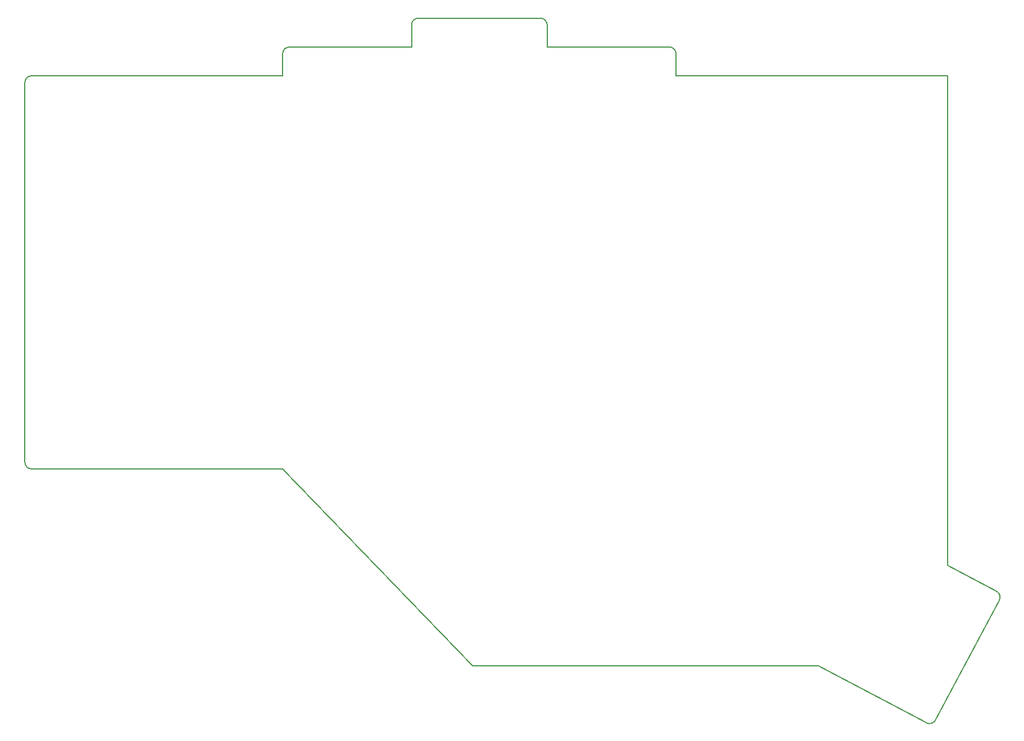
<source format=gbr>
%TF.GenerationSoftware,KiCad,Pcbnew,(6.0.4)*%
%TF.CreationDate,2023-12-03T23:36:57-08:00*%
%TF.ProjectId,left,6c656674-2e6b-4696-9361-645f70636258,v1.0.0*%
%TF.SameCoordinates,Original*%
%TF.FileFunction,Profile,NP*%
%FSLAX46Y46*%
G04 Gerber Fmt 4.6, Leading zero omitted, Abs format (unit mm)*
G04 Created by KiCad (PCBNEW (6.0.4)) date 2023-12-03 23:36:57*
%MOMM*%
%LPD*%
G01*
G04 APERTURE LIST*
%TA.AperFunction,Profile*%
%ADD10C,0.150000*%
%TD*%
G04 APERTURE END LIST*
D10*
X141000000Y-161000000D02*
X177966667Y-161000000D01*
X140000000Y-160000000D02*
X140000000Y-104000000D01*
X140000000Y-160000000D02*
G75*
G03*
X141000000Y-161000000I1000000J0D01*
G01*
X141000000Y-103000000D02*
X178000000Y-103000000D01*
X141000000Y-103000000D02*
G75*
G03*
X140000000Y-104000000I0J-1000000D01*
G01*
X179000000Y-98750000D02*
X197000000Y-98750000D01*
X179000000Y-98750000D02*
G75*
G03*
X178000000Y-99750000I0J-1000000D01*
G01*
X178000000Y-99750000D02*
X178000000Y-103000000D01*
X217000000Y-98750000D02*
X217000000Y-95500000D01*
X217000000Y-95500000D02*
G75*
G03*
X216000000Y-94500000I-1000000J0D01*
G01*
X216000000Y-94500000D02*
X198000000Y-94500000D01*
X198000000Y-94500000D02*
G75*
G03*
X197000000Y-95500000I0J-1000000D01*
G01*
X197000000Y-95500000D02*
X197000000Y-98750000D01*
X236000000Y-103000000D02*
X236000000Y-99750000D01*
X236000000Y-99750000D02*
G75*
G03*
X235000000Y-98750000I-1000000J0D01*
G01*
X217000000Y-98750000D02*
X235000000Y-98750000D01*
X236000000Y-103000000D02*
X276000000Y-103000000D01*
X276000000Y-175185223D02*
X276000000Y-103000000D01*
X206000000Y-190000000D02*
X257000000Y-190000000D01*
X257002531Y-190000631D02*
X272895587Y-198451119D01*
X272895587Y-198451119D02*
G75*
G03*
X274248006Y-198037644I469472J882947D01*
G01*
X274248007Y-198037643D02*
X283637438Y-180378691D01*
X283637438Y-180378691D02*
G75*
G03*
X283223961Y-179026272I-882948J469471D01*
G01*
X283223962Y-179026272D02*
X276000000Y-175185223D01*
X257001344Y-189999999D02*
G75*
G03*
X257002531Y-190000631I470658J882316D01*
G01*
X177966667Y-161000000D02*
X206000000Y-190000000D01*
M02*

</source>
